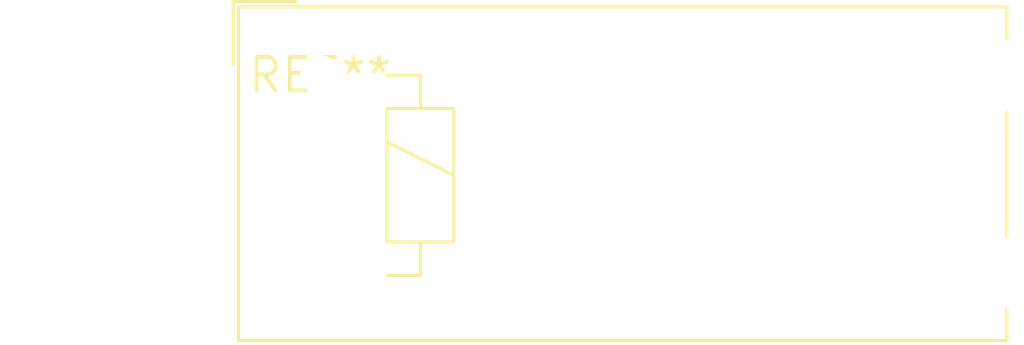
<source format=kicad_pcb>
(kicad_pcb (version 20240108) (generator pcbnew)
  (layers (0 "F.Cu" signal) (31 "B.Cu" signal) (34 "B.Paste" user) (35 "F.Paste" user) (36 "B.SilkS" user "B.Silkscreen") (37 "F.SilkS" user "F.Silkscreen") (38 "B.Mask" user) (39 "F.Mask" user) (44 "Edge.Cuts" user))
  (net 0 "")
  (footprint "Relay_DPDT_Finder_40.52" (layer "F.Cu") (at 0 0)
    (property "Reference" "REF**")
    (property "Value" "Relay_DPDT_Finder_40.52")
    (fp_line (start -3.3 -0.4) (end -3.3 -2.8) (layer "F.SilkS") (stroke (width 0.12)))
    (fp_line (start -3.1 -2.6) (end 26.1 -2.6) (layer "F.SilkS") (stroke (width 0.12)))
    (fp_line (start -3.1 10.1) (end -3.1 -2.6) (layer "F.SilkS") (stroke (width 0.12)))
    (fp_line (start -0.9 -2.8) (end -3.3 -2.8) (layer "F.SilkS") (stroke (width 0.12)))
    (fp_line (start 2.54 0) (end 3.81 0) (layer "F.SilkS") (stroke (width 0.12)))
    (fp_line (start 2.54 1.27) (end 3.81 1.27) (layer "F.SilkS") (stroke (width 0.12)))
    (fp_line (start 2.54 2.54) (end 5.08 3.81) (layer "F.SilkS") (stroke (width 0.12)))
    (fp_line (start 2.54 6.35) (end 2.54 1.27) (layer "F.SilkS") (stroke (width 0.12)))
    (fp_line (start 3.81 0) (end 3.81 1.27) (layer "F.SilkS") (stroke (width 0.12)))
    (fp_line (start 3.81 1.27) (end 5.08 1.27) (layer "F.SilkS") (stroke (width 0.12)))
    (fp_line (start 3.81 6.35) (end 3.81 7.62) (layer "F.SilkS") (stroke (width 0.12)))
    (fp_line (start 3.81 7.62) (end 2.54 7.62) (layer "F.SilkS") (stroke (width 0.12)))
    (fp_line (start 5.08 1.27) (end 5.08 6.35) (layer "F.SilkS") (stroke (width 0.12)))
    (fp_line (start 5.08 6.35) (end 2.54 6.35) (layer "F.SilkS") (stroke (width 0.12)))
    (fp_line (start 26.1 -2.6) (end 26.1 -1.4) (layer "F.SilkS") (stroke (width 0.12)))
    (fp_line (start 26.1 1.4) (end 26.1 6.1) (layer "F.SilkS") (stroke (width 0.12)))
    (fp_line (start 26.1 8.9) (end 26.1 10.1) (layer "F.SilkS") (stroke (width 0.12)))
    (fp_line (start 26.1 10.1) (end -3.1 10.1) (layer "F.SilkS") (stroke (width 0.12)))
    (pad "11" thru_hole circle (at 20 0) (size 3 3) (drill 1.5) (layers *.Cu *.Mask) (remove_unused_layers))
    (pad "12" thru_hole circle (at 15 0) (size 3 3) (drill 1.5) (layers *.Cu *.Mask) (remove_unused_layers))
    (pad "14" thru_hole circle (at 25 0) (size 3 3) (drill 1.5) (layers *.Cu *.Mask) (remove_unused_layers))
    (pad "21" thru_hole circle (at 20 7.5) (size 3 3) (drill 1.5) (layers *.Cu *.Mask) (remove_unused_layers))
    (pad "22" thru_hole circle (at 15 7.5) (size 3 3) (drill 1.5) (layers *.Cu *.Mask) (remove_unused_layers))
    (pad "24" thru_hole circle (at 25 7.5) (size 3 3) (drill 1.5) (layers *.Cu *.Mask) (remove_unused_layers))
    (pad "A1" thru_hole rect (at 0 0) (size 3 3) (drill 1.5) (layers *.Cu *.Mask) (remove_unused_layers))
    (pad "A2" thru_hole circle (at 0 7.5) (size 3 3) (drill 1.5) (layers *.Cu *.Mask) (remove_unused_layers))
  )
)
</source>
